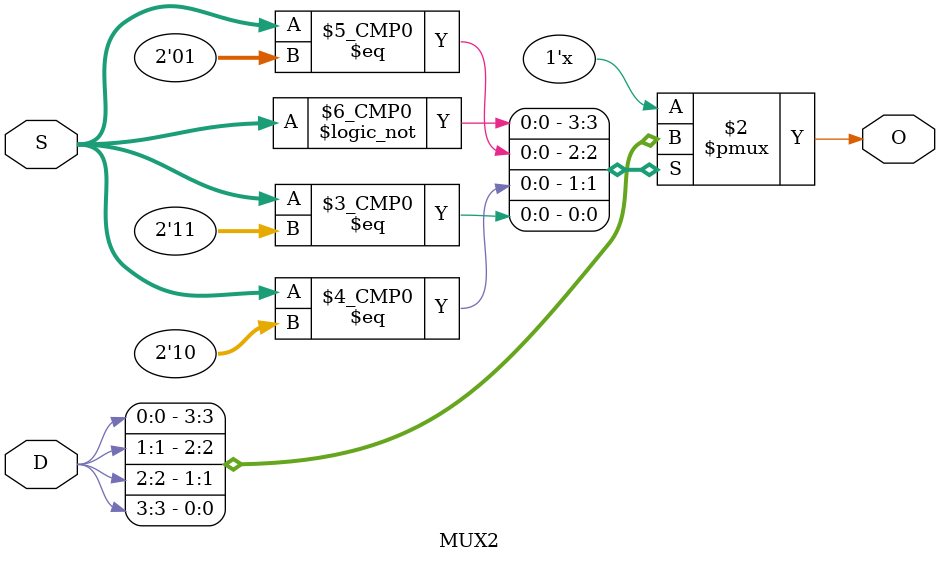
<source format=v>
module MUX2(
    input [3:0] D,
    input [1:0] S,
    output reg O );
    
    always@(S, D) begin
        case(S)
            2'b00 : O=D[0];
            2'b01 : O=D[1];
            2'b10 : O=D[2];
            2'b11 : O=D[3];
            default : O=1'bZ;
        endcase
    end
endmodule
</source>
